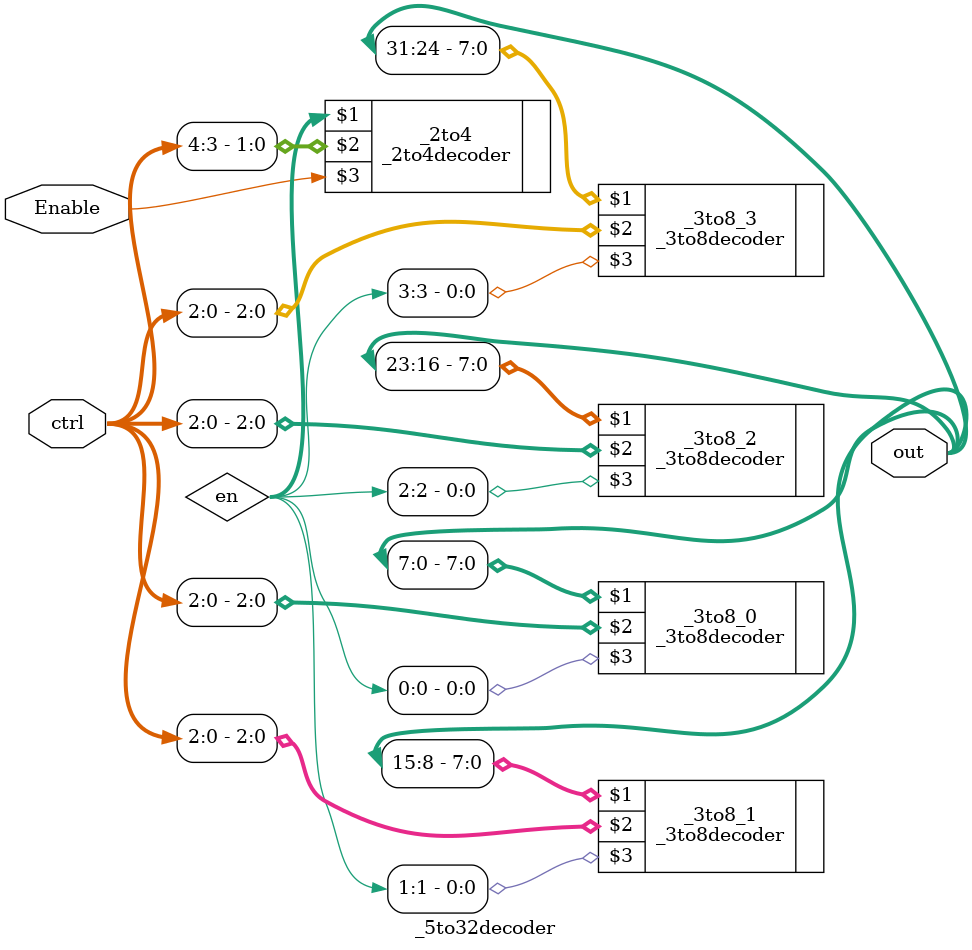
<source format=v>
/* This file is 5 to 32 decoder
Xuhui Gong
21/10/4
*/
module _5to32decoder(out, ctrl, Enable);

   input [4:0] ctrl;
	input Enable;
   output [31:0] out;
	
	wire [3:0] en;
	_2to4decoder _2to4(en, ctrl[4:3], Enable);
	
	_3to8decoder _3to8_0(out[7:0], ctrl[2:0], en[0]);
	_3to8decoder _3to8_1(out[15:8], ctrl[2:0], en[1]);
	_3to8decoder _3to8_2(out[23:16], ctrl[2:0], en[2]);
	_3to8decoder _3to8_3(out[31:24], ctrl[2:0], en[3]);	

endmodule

</source>
